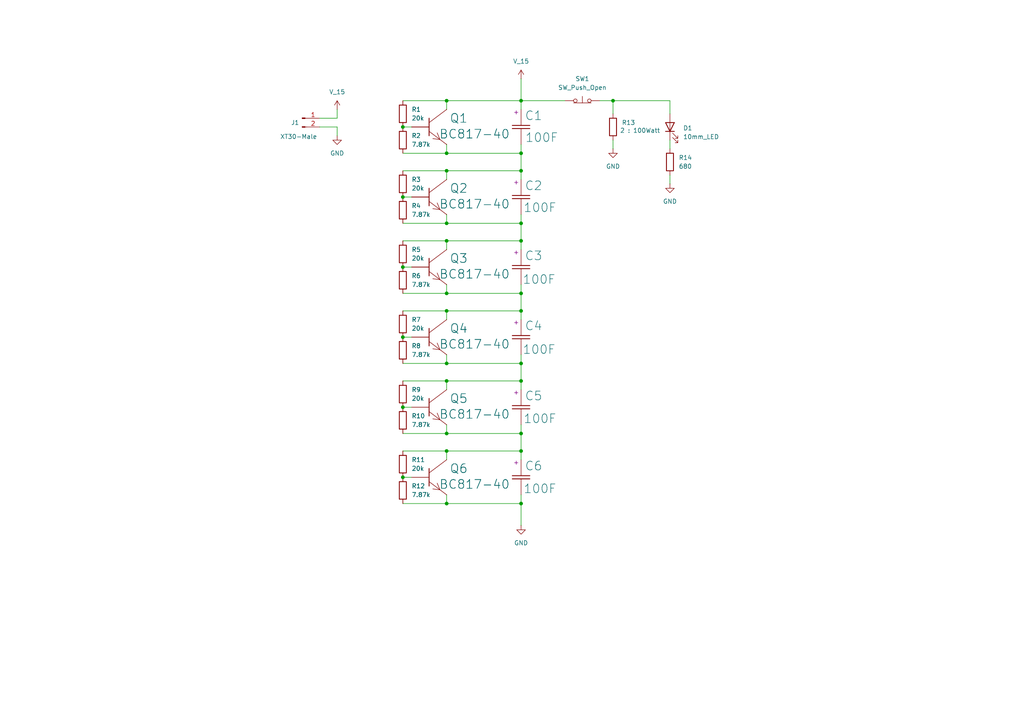
<source format=kicad_sch>
(kicad_sch (version 20231120) (generator "eeschema") (generator_version "8.0")
  (paper "A4")
  (lib_symbols
    (symbol "Connector:Conn_01x02_Pin" (pin_names (offset 1.016) hide)
      (property "Reference" "J" (at 0 2.54 0))
      (property "Value" "Conn_01x02_Pin" (at 0 -5.08 0))
      (symbol "Conn_01x02_Pin_1_1"
        (polyline (pts (xy 1.27 -2.54) (xy 0.8636 -2.54)) (stroke (width 0.1524)))
        (polyline (pts (xy 1.27 0) (xy 0.8636 0)) (stroke (width 0.1524)))
        (rectangle (start 0.8636 -2.413) (end 0 -2.667) (stroke (width 0.1524)) (fill (type outline)))
        (rectangle (start 0.8636 0.127) (end 0 -0.127) (stroke (width 0.1524)) (fill (type outline)))
        (pin passive line (at 5.08 0 180) (length 3.81) (name "Pin_1") (number "1"))
        (pin passive line (at 5.08 -2.54 180) (length 3.81) (name "Pin_2") (number "2"))
      )
    )
    (symbol "Device:LED" (pin_numbers hide) (pin_names (offset 1.016) hide)
      (property "Reference" "D" (at 0 2.54 0))
      (property "Value" "LED" (at 0 -2.54 0))
      (symbol "LED_0_1"
        (polyline (pts (xy -1.27 -1.27) (xy -1.27 1.27)) (stroke (width 0.254)))
        (polyline (pts (xy -1.27 0) (xy 1.27 0)))
        (polyline (pts (xy 1.27 -1.27) (xy 1.27 1.27) (xy -1.27 0) (xy 1.27 -1.27)) (stroke (width 0.254)))
        (polyline (pts (xy -3.048 -0.762) (xy -4.572 -2.286) (xy -3.81 -2.286) (xy -4.572 -2.286) (xy -4.572 -1.524)))
        (polyline (pts (xy -1.778 -0.762) (xy -3.302 -2.286) (xy -2.54 -2.286) (xy -3.302 -2.286) (xy -3.302 -1.524)))
      )
      (symbol "LED_1_1"
        (pin passive line (at -3.81 0 0) (length 2.54) (name "K") (number "1"))
        (pin passive line (at 3.81 0 180) (length 2.54) (name "A") (number "2"))
      )
    )
    (symbol "Device:R" (pin_numbers hide) (pin_names (offset 0))
      (property "Reference" "R" (at 2.032 0 90))
      (property "Value" "R" (at 0 0 90))
      (symbol "R_0_1"
        (rectangle (start -1.016 -2.54) (end 1.016 2.54) (stroke (width 0.254)))
      )
      (symbol "R_1_1"
        (pin passive line (at 0 3.81 270) (length 1.27) (name "~") (number "1"))
        (pin passive line (at 0 -3.81 90) (length 1.27) (name "~") (number "2"))
      )
    )
    (symbol "PCM_Generic:C,IEC" (pin_numbers hide) (pin_names (offset 0) hide)
      (property "Reference" "C" (at 2.54 2.54 0))
      (property "Value" "C,IEC" (at 2.54 -2.54 0))
      (property "Indicator" "+" (at -2.54 2.54 0))
      (symbol "C,IEC_1_1"
        (polyline (pts (xy -2.54 -0.4572) (xy 2.54 -0.4572)) (stroke (width 0.254)))
        (polyline (pts (xy -2.54 0.4572) (xy 2.54 0.4572)) (stroke (width 0.254)))
        (pin passive line (at 0 5.08 270) (length 4.6228) (name "+") (number "1"))
        (pin passive line (at 0 -5.08 90) (length 4.6228) (name "-") (number "2"))
      )
    )
    (symbol "PCM_Generic:Q-BJT,NPN,IEC" (pin_numbers hide) (pin_names (offset 0) hide)
      (property "Reference" "Q" (at 7.62 2.54 0))
      (property "Value" "Q-BJT,NPN,IEC" (at 7.62 -2.54 0))
      (symbol "Q-BJT,NPN,IEC_1_1"
        (polyline (pts (xy 0 2.54) (xy 0 -2.54)) (stroke (width 0.254)))
        (polyline (pts (xy 5.08 -5.08) (xy 0 -1.27)))
        (polyline (pts (xy 5.08 5.08) (xy 0 1.27)))
        (polyline (pts (xy 2.3368 -1.7018) (xy 3.1496 -3.6322) (xy 1.0668 -3.3782)))
        (pin passive line (at 5.08 5.08 270) (length 0) (name "C") (number "1"))
        (pin passive line (at -5.08 0 0) (length 5.08) (name "B") (number "2"))
        (pin passive line (at 5.08 -5.08 90) (length 0) (name "E") (number "3"))
      )
    )
    (symbol "Switch:SW_Push_Open" (pin_numbers hide) (pin_names (offset 1.016) hide)
      (property "Reference" "SW" (at 0 2.54 0))
      (property "Value" "SW_Push_Open" (at 0 -1.905 0))
      (symbol "SW_Push_Open_0_1"
        (circle (center -2.032 0) (radius 0.508))
        (polyline (pts (xy -2.54 -0.635) (xy 2.54 -0.635)))
        (polyline (pts (xy 0 -0.635) (xy 0 1.27)))
        (circle (center 2.032 0) (radius 0.508))
        (pin passive line (at -5.08 0 0) (length 2.54) (name "A") (number "1"))
      )
      (symbol "SW_Push_Open_1_1"
        (pin passive line (at 5.08 0 180) (length 2.54) (name "B") (number "2"))
      )
    )
    (symbol "power:GND" (power) (pin_numbers hide) (pin_names (offset 0) hide)
      (property "Value" "GND" (at 0 -3.81 0))
      (symbol "GND_0_1"
        (polyline (pts (xy 0 0) (xy 0 -1.27) (xy 1.27 -1.27) (xy 0 -2.54) (xy -1.27 -1.27) (xy 0 -1.27)))
      )
      (symbol "GND_1_1"
        (pin power_in line (at 0 0 270) (length 0) (name "~") (number "1"))
      )
    )
    (symbol "power:VCC" (power) (pin_numbers hide) (pin_names (offset 0) hide)
      (property "Value" "VCC" (at 0 3.556 0))
      (symbol "VCC_0_1"
        (polyline (pts (xy -0.762 1.27) (xy 0 2.54)))
        (polyline (pts (xy 0 0) (xy 0 2.54)))
        (polyline (pts (xy 0 2.54) (xy 0.762 1.27)))
      )
      (symbol "VCC_1_1"
        (pin power_in line (at 0 0 90) (length 0) (name "~") (number "1"))
      )
    )
  )
  (junction (at 129.54 110.49))
  (junction (at 129.54 29.21))
  (junction (at 116.84 36.83))
  (junction (at 151.13 125.73))
  (junction (at 151.13 29.21))
  (junction (at 129.54 146.05))
  (junction (at 151.13 49.53))
  (junction (at 129.54 90.17))
  (junction (at 151.13 130.81))
  (junction (at 151.13 110.49))
  (junction (at 129.54 105.41))
  (junction (at 116.84 57.15))
  (junction (at 151.13 44.45))
  (junction (at 151.13 90.17))
  (junction (at 151.13 146.05))
  (junction (at 129.54 69.85))
  (junction (at 151.13 64.77))
  (junction (at 151.13 85.09))
  (junction (at 177.8 29.21))
  (junction (at 129.54 125.73))
  (junction (at 116.84 97.79))
  (junction (at 129.54 44.45))
  (junction (at 151.13 105.41))
  (junction (at 116.84 77.47))
  (junction (at 151.13 69.85))
  (junction (at 116.84 138.43))
  (junction (at 129.54 85.09))
  (junction (at 129.54 49.53))
  (junction (at 129.54 130.81))
  (junction (at 116.84 118.11))
  (junction (at 129.54 64.77))
  (wire (pts (xy 151.13 113.03) (xy 151.13 110.49)))
  (wire (pts (xy 116.84 49.53) (xy 129.54 49.53)))
  (wire (pts (xy 116.84 69.85) (xy 129.54 69.85)))
  (wire (pts (xy 116.84 105.41) (xy 129.54 105.41)))
  (wire (pts (xy 151.13 44.45) (xy 151.13 49.53)))
  (wire (pts (xy 194.31 50.8) (xy 194.31 53.34)))
  (wire (pts (xy 151.13 92.71) (xy 151.13 90.17)))
  (wire (pts (xy 116.84 90.17) (xy 129.54 90.17)))
  (wire (pts (xy 177.8 29.21) (xy 177.8 33.02)))
  (wire (pts (xy 116.84 29.21) (xy 129.54 29.21)))
  (wire (pts (xy 151.13 125.73) (xy 151.13 123.19)))
  (wire (pts (xy 97.79 34.29) (xy 92.71 34.29)))
  (wire (pts (xy 151.13 146.05) (xy 151.13 152.4)))
  (wire (pts (xy 116.84 85.09) (xy 129.54 85.09)))
  (wire (pts (xy 116.84 44.45) (xy 129.54 44.45)))
  (wire (pts (xy 151.13 29.21) (xy 151.13 22.86)))
  (wire (pts (xy 116.84 138.43) (xy 119.38 138.43)))
  (wire (pts (xy 116.84 118.11) (xy 119.38 118.11)))
  (wire (pts (xy 129.54 110.49) (xy 129.54 113.03)))
  (wire (pts (xy 173.99 29.21) (xy 177.8 29.21)))
  (wire (pts (xy 129.54 64.77) (xy 151.13 64.77)))
  (wire (pts (xy 129.54 29.21) (xy 151.13 29.21)))
  (wire (pts (xy 151.13 105.41) (xy 151.13 102.87)))
  (wire (pts (xy 129.54 69.85) (xy 129.54 72.39)))
  (wire (pts (xy 116.84 97.79) (xy 119.38 97.79)))
  (wire (pts (xy 97.79 31.75) (xy 97.79 34.29)))
  (wire (pts (xy 129.54 143.51) (xy 129.54 146.05)))
  (wire (pts (xy 97.79 36.83) (xy 97.79 39.37)))
  (wire (pts (xy 129.54 90.17) (xy 151.13 90.17)))
  (wire (pts (xy 129.54 110.49) (xy 151.13 110.49)))
  (wire (pts (xy 151.13 72.39) (xy 151.13 69.85)))
  (wire (pts (xy 151.13 105.41) (xy 151.13 110.49)))
  (wire (pts (xy 151.13 85.09) (xy 151.13 82.55)))
  (wire (pts (xy 129.54 44.45) (xy 151.13 44.45)))
  (wire (pts (xy 151.13 125.73) (xy 151.13 130.81)))
  (wire (pts (xy 92.71 36.83) (xy 97.79 36.83)))
  (wire (pts (xy 129.54 105.41) (xy 151.13 105.41)))
  (wire (pts (xy 129.54 49.53) (xy 151.13 49.53)))
  (wire (pts (xy 129.54 125.73) (xy 151.13 125.73)))
  (wire (pts (xy 194.31 40.64) (xy 194.31 43.18)))
  (wire (pts (xy 116.84 57.15) (xy 119.38 57.15)))
  (wire (pts (xy 116.84 77.47) (xy 119.38 77.47)))
  (wire (pts (xy 129.54 102.87) (xy 129.54 105.41)))
  (wire (pts (xy 129.54 62.23) (xy 129.54 64.77)))
  (wire (pts (xy 151.13 29.21) (xy 163.83 29.21)))
  (wire (pts (xy 151.13 64.77) (xy 151.13 62.23)))
  (wire (pts (xy 194.31 33.02) (xy 194.31 29.21)))
  (wire (pts (xy 129.54 29.21) (xy 129.54 31.75)))
  (wire (pts (xy 151.13 44.45) (xy 151.13 41.91)))
  (wire (pts (xy 116.84 64.77) (xy 129.54 64.77)))
  (wire (pts (xy 129.54 130.81) (xy 151.13 130.81)))
  (wire (pts (xy 116.84 146.05) (xy 129.54 146.05)))
  (wire (pts (xy 151.13 64.77) (xy 151.13 69.85)))
  (wire (pts (xy 116.84 36.83) (xy 119.38 36.83)))
  (wire (pts (xy 129.54 82.55) (xy 129.54 85.09)))
  (wire (pts (xy 151.13 31.75) (xy 151.13 29.21)))
  (wire (pts (xy 129.54 90.17) (xy 129.54 92.71)))
  (wire (pts (xy 129.54 85.09) (xy 151.13 85.09)))
  (wire (pts (xy 129.54 69.85) (xy 151.13 69.85)))
  (wire (pts (xy 129.54 41.91) (xy 129.54 44.45)))
  (wire (pts (xy 129.54 123.19) (xy 129.54 125.73)))
  (wire (pts (xy 129.54 49.53) (xy 129.54 52.07)))
  (wire (pts (xy 177.8 40.64) (xy 177.8 43.18)))
  (wire (pts (xy 129.54 146.05) (xy 151.13 146.05)))
  (wire (pts (xy 151.13 133.35) (xy 151.13 130.81)))
  (wire (pts (xy 151.13 146.05) (xy 151.13 143.51)))
  (wire (pts (xy 151.13 52.07) (xy 151.13 49.53)))
  (wire (pts (xy 177.8 29.21) (xy 194.31 29.21)))
  (wire (pts (xy 116.84 130.81) (xy 129.54 130.81)))
  (wire (pts (xy 116.84 125.73) (xy 129.54 125.73)))
  (wire (pts (xy 116.84 110.49) (xy 129.54 110.49)))
  (wire (pts (xy 129.54 130.81) (xy 129.54 133.35)))
  (wire (pts (xy 151.13 85.09) (xy 151.13 90.17)))
  (symbol (lib_id "power:GND") (at 151.13 152.4 0) (unit 1)
    (property "Reference" "#PWR01" (effects (hide yes)))
    (property "Value" "GND" (at 151.13 157.48 0))
    (property "Description" "Power symbol creates a global label with name \"GND\" , ground" (effects (hide yes)))
  )
  (symbol (lib_id "PCM_Generic:C,IEC") (at 151.13 36.83 0) (unit 1)
    (property "Reference" "C1" (at 157.48 33.528 0) (effects (font (size 2.54 2.54)) (justify right)))
    (property "Value" "100F" (at 162.052 39.878 0) (effects (font (size 2.54 2.54)) (justify right)))
    (property "Footprint" "PassiveBankV1:100F Kyocera Cap" (effects (hide yes)))
    (property "Description" "capacitor, non-polarized/polar(ized)/bipolar (IEC)" (effects (hide yes)))
    (property "Indicator" "+" (at 150.622 32.512 0) (effects (justify right)))
  )
  (symbol (lib_id "Device:R") (at 177.8 36.83 0) (unit 1)
    (property "Reference" "R13" (at 180.34 35.5599 0) (effects (justify left)))
    (property "Value" "2 : 100Watt" (at 179.832 37.846 0) (effects (justify left)))
    (property "Footprint" "PassiveBankV1:100Watt2" (effects (hide yes)))
    (property "Description" "Resistor" (effects (hide yes)))
  )
  (symbol (lib_id "Device:R") (at 116.84 60.96 0) (unit 1)
    (property "Reference" "R4" (at 119.38 59.6899 0) (effects (justify left)))
    (property "Value" "7.87k" (at 119.38 62.2299 0) (effects (justify left)))
    (property "Footprint" "PassiveBankV1:787Resistor" (effects (hide yes)))
    (property "Description" "Resistor" (effects (hide yes)))
  )
  (symbol (lib_id "Device:R") (at 116.84 33.02 0) (unit 1)
    (property "Reference" "R1" (at 119.38 31.7499 0) (effects (justify left)))
    (property "Value" "20k" (at 119.38 34.2899 0) (effects (justify left)))
    (property "Footprint" "PassiveBankV1:20kResistor" (effects (hide yes)))
    (property "Description" "Resistor" (effects (hide yes)))
  )
  (symbol (lib_id "Switch:SW_Push_Open") (at 168.91 29.21 0) (unit 1)
    (property "Reference" "SW1" (at 168.91 22.86 0))
    (property "Value" "SW_Push_Open" (at 168.91 25.4 0))
    (property "Footprint" "PassiveBankV1:SW_RB141C1100" (effects (hide yes)))
    (property "Description" "Push button switch, push-to-open, generic, two pins" (effects (hide yes)))
  )
  (symbol (lib_id "PCM_Generic:C,IEC") (at 151.13 138.43 0) (unit 1)
    (property "Reference" "C6" (at 157.48 135.128 0) (effects (font (size 2.54 2.54)) (justify right)))
    (property "Value" "100F" (at 161.544 141.732 0) (effects (font (size 2.54 2.54)) (justify right)))
    (property "Footprint" "PassiveBankV1:100F Kyocera Cap" (effects (hide yes)))
    (property "Description" "capacitor, non-polarized/polar(ized)/bipolar (IEC)" (effects (hide yes)))
    (property "Indicator" "+" (at 150.622 134.112 0) (effects (justify right)))
  )
  (symbol (lib_id "PCM_Generic:Q-BJT,NPN,IEC") (at 124.46 97.79 0) (unit 1)
    (property "Reference" "Q4" (at 130.302 95.25 0) (effects (font (size 2.54 2.54)) (justify left)))
    (property "Value" "BC817-40" (at 127.254 99.822 0) (effects (font (size 2.54 2.54)) (justify left)))
    (property "Footprint" "PassiveBankV1:NPN BJT" (effects (hide yes)))
    (property "Description" "bipolar junction transistor (BJT): NPN (IEC)" (effects (hide yes)))
  )
  (symbol (lib_id "Device:R") (at 116.84 121.92 0) (unit 1)
    (property "Reference" "R10" (at 119.38 120.6499 0) (effects (justify left)))
    (property "Value" "7.87k" (at 119.38 123.1899 0) (effects (justify left)))
    (property "Footprint" "PassiveBankV1:787Resistor" (effects (hide yes)))
    (property "Description" "Resistor" (effects (hide yes)))
  )
  (symbol (lib_id "PCM_Generic:C,IEC") (at 151.13 118.11 0) (unit 1)
    (property "Reference" "C5" (at 157.48 114.808 0) (effects (font (size 2.54 2.54)) (justify right)))
    (property "Value" "100F" (at 161.544 121.412 0) (effects (font (size 2.54 2.54)) (justify right)))
    (property "Footprint" "PassiveBankV1:100F Kyocera Cap" (effects (hide yes)))
    (property "Description" "capacitor, non-polarized/polar(ized)/bipolar (IEC)" (effects (hide yes)))
    (property "Indicator" "+" (at 150.622 113.792 0) (effects (justify right)))
  )
  (symbol (lib_id "Device:R") (at 116.84 114.3 0) (unit 1)
    (property "Reference" "R9" (at 119.38 113.0299 0) (effects (justify left)))
    (property "Value" "20k" (at 119.38 115.5699 0) (effects (justify left)))
    (property "Footprint" "PassiveBankV1:20kResistor" (effects (hide yes)))
    (property "Description" "Resistor" (effects (hide yes)))
  )
  (symbol (lib_id "power:VCC") (at 97.79 31.75 0) (unit 1)
    (property "Reference" "#PWR03" (effects (hide yes)))
    (property "Value" "V_15" (at 97.79 26.67 0))
    (property "Description" "Power symbol creates a global label with name \"VCC\"" (effects (hide yes)))
  )
  (symbol (lib_id "power:GND") (at 177.8 43.18 0) (unit 1)
    (property "Reference" "#PWR05" (effects (hide yes)))
    (property "Value" "GND" (at 177.8 48.26 0))
    (property "Description" "Power symbol creates a global label with name \"GND\" , ground" (effects (hide yes)))
  )
  (symbol (lib_id "Device:R") (at 116.84 40.64 0) (unit 1)
    (property "Reference" "R2" (at 119.38 39.3699 0) (effects (justify left)))
    (property "Value" "7.87k" (at 119.38 41.9099 0) (effects (justify left)))
    (property "Footprint" "PassiveBankV1:787Resistor" (effects (hide yes)))
    (property "Description" "Resistor" (effects (hide yes)))
  )
  (symbol (lib_id "Device:LED") (at 194.31 36.83 90) (unit 1)
    (property "Reference" "D1" (at 198.12 37.1474 90) (effects (justify right)))
    (property "Value" "10mm_LED" (at 198.12 39.6874 90) (effects (justify right)))
    (property "Footprint" "PassiveBankV1:10mm LED" (effects (hide yes)))
    (property "Description" "Light emitting diode" (effects (hide yes)))
  )
  (symbol (lib_id "PCM_Generic:Q-BJT,NPN,IEC") (at 124.46 77.47 0) (unit 1)
    (property "Reference" "Q3" (at 130.302 74.93 0) (effects (font (size 2.54 2.54)) (justify left)))
    (property "Value" "BC817-40" (at 127.254 79.502 0) (effects (font (size 2.54 2.54)) (justify left)))
    (property "Footprint" "PassiveBankV1:NPN BJT" (effects (hide yes)))
    (property "Description" "bipolar junction transistor (BJT): NPN (IEC)" (effects (hide yes)))
  )
  (symbol (lib_id "power:GND") (at 194.31 53.34 0) (unit 1)
    (property "Reference" "#PWR06" (effects (hide yes)))
    (property "Value" "GND" (at 194.31 58.42 0))
    (property "Description" "Power symbol creates a global label with name \"GND\" , ground" (effects (hide yes)))
  )
  (symbol (lib_id "Device:R") (at 116.84 142.24 0) (unit 1)
    (property "Reference" "R12" (at 119.38 140.9699 0) (effects (justify left)))
    (property "Value" "7.87k" (at 119.38 143.5099 0) (effects (justify left)))
    (property "Footprint" "PassiveBankV1:787Resistor" (effects (hide yes)))
    (property "Description" "Resistor" (effects (hide yes)))
  )
  (symbol (lib_id "Device:R") (at 116.84 93.98 0) (unit 1)
    (property "Reference" "R7" (at 119.38 92.7099 0) (effects (justify left)))
    (property "Value" "20k" (at 119.38 95.2499 0) (effects (justify left)))
    (property "Footprint" "PassiveBankV1:20kResistor" (effects (hide yes)))
    (property "Description" "Resistor" (effects (hide yes)))
  )
  (symbol (lib_id "power:VCC") (at 151.13 22.86 0) (unit 1)
    (property "Reference" "#PWR02" (effects (hide yes)))
    (property "Value" "V_15" (at 151.13 17.78 0))
    (property "Description" "Power symbol creates a global label with name \"VCC\"" (effects (hide yes)))
  )
  (symbol (lib_id "Device:R") (at 116.84 81.28 0) (unit 1)
    (property "Reference" "R6" (at 119.38 80.0099 0) (effects (justify left)))
    (property "Value" "7.87k" (at 119.38 82.5499 0) (effects (justify left)))
    (property "Footprint" "PassiveBankV1:787Resistor" (effects (hide yes)))
    (property "Description" "Resistor" (effects (hide yes)))
  )
  (symbol (lib_id "PCM_Generic:C,IEC") (at 151.13 97.79 0) (unit 1)
    (property "Reference" "C4" (at 157.48 94.488 0) (effects (font (size 2.54 2.54)) (justify right)))
    (property "Value" "100F" (at 161.29 101.346 0) (effects (font (size 2.54 2.54)) (justify right)))
    (property "Footprint" "PassiveBankV1:100F Kyocera Cap" (effects (hide yes)))
    (property "Description" "capacitor, non-polarized/polar(ized)/bipolar (IEC)" (effects (hide yes)))
    (property "Indicator" "+" (at 150.622 93.472 0) (effects (justify right)))
  )
  (symbol (lib_id "Device:R") (at 116.84 101.6 0) (unit 1)
    (property "Reference" "R8" (at 119.38 100.3299 0) (effects (justify left)))
    (property "Value" "7.87k" (at 119.38 102.8699 0) (effects (justify left)))
    (property "Footprint" "PassiveBankV1:787Resistor" (effects (hide yes)))
    (property "Description" "Resistor" (effects (hide yes)))
  )
  (symbol (lib_id "Device:R") (at 116.84 73.66 0) (unit 1)
    (property "Reference" "R5" (at 119.38 72.3899 0) (effects (justify left)))
    (property "Value" "20k" (at 119.38 74.9299 0) (effects (justify left)))
    (property "Footprint" "PassiveBankV1:20kResistor" (effects (hide yes)))
    (property "Description" "Resistor" (effects (hide yes)))
  )
  (symbol (lib_id "PCM_Generic:C,IEC") (at 151.13 57.15 0) (unit 1)
    (property "Reference" "C2" (at 157.48 53.848 0) (effects (font (size 2.54 2.54)) (justify right)))
    (property "Value" "100F" (at 161.544 60.198 0) (effects (font (size 2.54 2.54)) (justify right)))
    (property "Footprint" "PassiveBankV1:100F Kyocera Cap" (effects (hide yes)))
    (property "Description" "capacitor, non-polarized/polar(ized)/bipolar (IEC)" (effects (hide yes)))
    (property "Indicator" "+" (at 150.622 52.832 0) (effects (justify right)))
  )
  (symbol (lib_id "PCM_Generic:Q-BJT,NPN,IEC") (at 124.46 36.83 0) (unit 1)
    (property "Reference" "Q1" (at 130.302 34.29 0) (effects (font (size 2.54 2.54)) (justify left)))
    (property "Value" "BC817-40" (at 127.254 38.862 0) (effects (font (size 2.54 2.54)) (justify left)))
    (property "Footprint" "PassiveBankV1:NPN BJT" (effects (hide yes)))
    (property "Description" "bipolar junction transistor (BJT): NPN (IEC)" (effects (hide yes)))
  )
  (symbol (lib_id "Device:R") (at 194.31 46.99 0) (unit 1)
    (property "Reference" "R14" (at 196.85 45.7199 0) (effects (justify left)))
    (property "Value" "680" (at 196.85 48.2599 0) (effects (justify left)))
    (property "Footprint" "PassiveBankV1:680 Resistor" (effects (hide yes)))
    (property "Description" "Resistor" (effects (hide yes)))
  )
  (symbol (lib_id "PCM_Generic:C,IEC") (at 151.13 77.47 0) (unit 1)
    (property "Reference" "C3" (at 157.48 74.168 0) (effects (font (size 2.54 2.54)) (justify right)))
    (property "Value" "100F" (at 161.29 81.026 0) (effects (font (size 2.54 2.54)) (justify right)))
    (property "Footprint" "PassiveBankV1:100F Kyocera Cap" (effects (hide yes)))
    (property "Description" "capacitor, non-polarized/polar(ized)/bipolar (IEC)" (effects (hide yes)))
    (property "Indicator" "+" (at 150.622 73.152 0) (effects (justify right)))
  )
  (symbol (lib_id "PCM_Generic:Q-BJT,NPN,IEC") (at 124.46 57.15 0) (unit 1)
    (property "Reference" "Q2" (at 130.302 54.61 0) (effects (font (size 2.54 2.54)) (justify left)))
    (property "Value" "BC817-40" (at 127.254 59.182 0) (effects (font (size 2.54 2.54)) (justify left)))
    (property "Footprint" "PassiveBankV1:NPN BJT" (effects (hide yes)))
    (property "Description" "bipolar junction transistor (BJT): NPN (IEC)" (effects (hide yes)))
  )
  (symbol (lib_id "power:GND") (at 97.79 39.37 0) (unit 1)
    (property "Reference" "#PWR04" (effects (hide yes)))
    (property "Value" "GND" (at 97.79 44.45 0))
    (property "Description" "Power symbol creates a global label with name \"GND\" , ground" (effects (hide yes)))
  )
  (symbol (lib_id "PCM_Generic:Q-BJT,NPN,IEC") (at 124.46 118.11 0) (unit 1)
    (property "Reference" "Q5" (at 130.302 115.57 0) (effects (font (size 2.54 2.54)) (justify left)))
    (property "Value" "BC817-40" (at 127.254 120.142 0) (effects (font (size 2.54 2.54)) (justify left)))
    (property "Footprint" "PassiveBankV1:NPN BJT" (effects (hide yes)))
    (property "Description" "bipolar junction transistor (BJT): NPN (IEC)" (effects (hide yes)))
  )
  (symbol (lib_id "Connector:Conn_01x02_Pin") (at 87.63 34.29 0) (unit 1)
    (property "Reference" "J1" (at 85.598 35.56 0))
    (property "Value" "XT30-Male" (at 86.614 39.624 0))
    (property "Footprint" "PassiveBankV1:XT30PW-M" (effects (hide yes)))
    (property "Description" "Generic connector, single row, 01x02, script generated" (effects (hide yes)))
  )
  (symbol (lib_id "Device:R") (at 116.84 134.62 0) (unit 1)
    (property "Reference" "R11" (at 119.38 133.3499 0) (effects (justify left)))
    (property "Value" "20k" (at 119.38 135.8899 0) (effects (justify left)))
    (property "Footprint" "PassiveBankV1:20kResistor" (effects (hide yes)))
    (property "Description" "Resistor" (effects (hide yes)))
  )
  (symbol (lib_id "PCM_Generic:Q-BJT,NPN,IEC") (at 124.46 138.43 0) (unit 1)
    (property "Reference" "Q6" (at 130.302 135.89 0) (effects (font (size 2.54 2.54)) (justify left)))
    (property "Value" "BC817-40" (at 127.254 140.462 0) (effects (font (size 2.54 2.54)) (justify left)))
    (property "Footprint" "PassiveBankV1:NPN BJT" (effects (hide yes)))
    (property "Description" "bipolar junction transistor (BJT): NPN (IEC)" (effects (hide yes)))
  )
  (symbol (lib_id "Device:R") (at 116.84 53.34 0) (unit 1)
    (property "Reference" "R3" (at 119.38 52.0699 0) (effects (justify left)))
    (property "Value" "20k" (at 119.38 54.6099 0) (effects (justify left)))
    (property "Footprint" "PassiveBankV1:20kResistor" (effects (hide yes)))
    (property "Description" "Resistor" (effects (hide yes)))
  )
)
</source>
